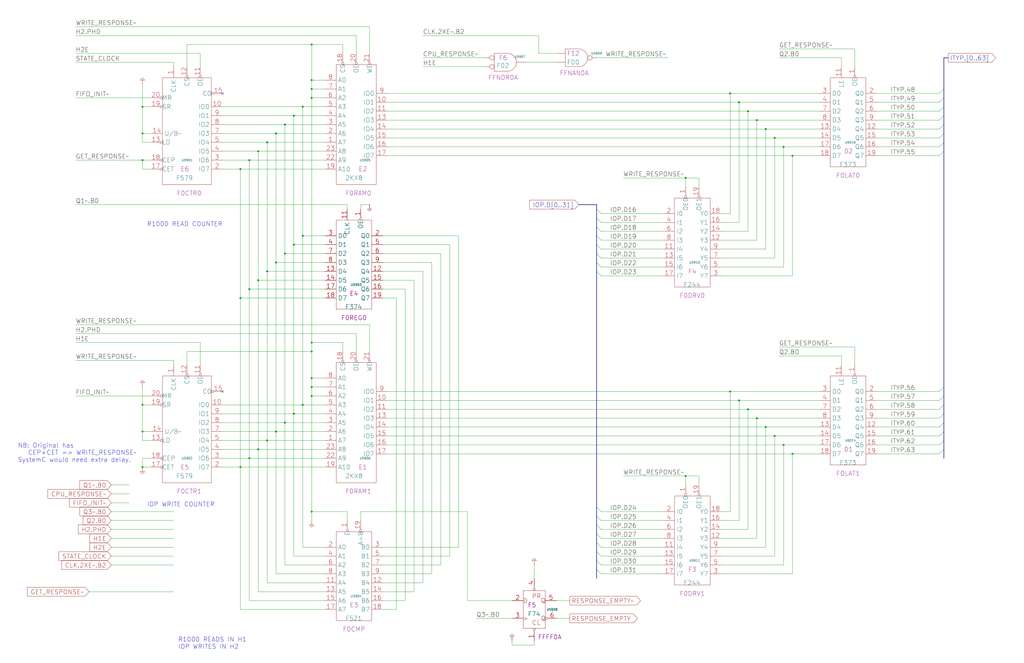
<source format=kicad_sch>
(kicad_sch (version 20230121) (generator eeschema)
  (paper "User" 584.2 378.46)
  (title_block (title "FIFOS\\nRESPONSE FIFO") (date "22-SEP-90") (rev "2.0") (comment 1 "IOC") (comment 2 "232-003061") (comment 3 "S400") (comment 4 "RELEASED"))
  (lib_symbols
    (symbol "r1000:2KX8" (pin_names (offset 1.016))
      (property "Reference" "U" (at 2.54 5.08 0))
      (property "Value" "2KX8" (at -8.89 -5.08 0))
      (property "Location" "___" (at -1.27 0 0))
      (property "Name" "______" (at -1.27 -15.24 0))
      (symbol "2KX8_1_1"
        (rectangle (start -13.97 59.69) (end 8.89 -8.89))
        (circle (center -10.16 60.325) (radius 0.635))
        (circle (center -2.54 60.325) (radius 0.635))
        (circle (center 5.08 60.325) (radius 0.635))
        (pin input line (at -20.32 15.24 0) (length 6.35) (name "A7") (number "1"))
        (pin bidirectional line (at 15.24 38.1 180) (length 6.35) (name "IO1") (number "10"))
        (pin bidirectional line (at 15.24 33.02 180) (length 6.35) (name "IO2") (number "11"))
        (pin bidirectional line (at 15.24 27.94 180) (length 6.35) (name "IO3") (number "13"))
        (pin bidirectional line (at 15.24 22.86 180) (length 6.35) (name "IO4") (number "14"))
        (pin bidirectional line (at 15.24 17.78 180) (length 6.35) (name "IO5") (number "15"))
        (pin bidirectional line (at 15.24 12.7 180) (length 6.35) (name "IO6") (number "16"))
        (pin bidirectional line (at 15.24 7.62 180) (length 6.35) (name "IO7") (number "17"))
        (pin input line (at -10.16 66.04 270) (length 5.08) (name "CS") (number "18"))
        (pin input line (at -20.32 0 0) (length 6.35) (name "A10") (number "19"))
        (pin input line (at -20.32 20.32 0) (length 6.35) (name "A6") (number "2"))
        (pin input line (at -2.54 66.04 270) (length 5.08) (name "OE") (number "20"))
        (pin input line (at 5.08 66.04 270) (length 5.08) (name "WE") (number "21"))
        (pin input line (at -20.32 5.08 0) (length 6.35) (name "A9") (number "22"))
        (pin input line (at -20.32 10.16 0) (length 6.35) (name "A8") (number "23"))
        (pin input line (at -20.32 25.4 0) (length 6.35) (name "A5") (number "3"))
        (pin input line (at -20.32 30.48 0) (length 6.35) (name "A4") (number "4"))
        (pin input line (at -20.32 35.56 0) (length 6.35) (name "A3") (number "5"))
        (pin input line (at -20.32 40.64 0) (length 6.35) (name "A2") (number "6"))
        (pin input line (at -20.32 45.72 0) (length 6.35) (name "A1") (number "7"))
        (pin input line (at -20.32 50.8 0) (length 6.35) (name "A0") (number "8"))
        (pin bidirectional line (at 15.24 43.18 180) (length 6.35) (name "IO0") (number "9"))
      )
    )
    (symbol "r1000:F00" (pin_numbers hide) (pin_names hide)
      (property "Reference" "U" (at 15.24 0 0))
      (property "Value" "F00" (at 1.905 -5.08 0))
      (property "Location" "___" (at 1.905 0 0))
      (property "Name" "______" (at 2.54 -12.7 0))
      (symbol "F00_0_1"
        (polyline (pts (xy -2.54 -7.62) (xy 5.08 -7.62)) (stroke (width 0.1524)))
        (polyline (pts (xy -2.54 2.54) (xy -2.54 -7.62)) (stroke (width 0.1524)))
        (polyline (pts (xy -2.54 2.54) (xy 5.08 2.54)) (stroke (width 0.1524)))
        (arc (start 5.08 -7.62) (mid 10.1282 -2.54) (end 5.08 2.54) (stroke (width 0.1524)))
        (circle (center 11.43 -2.54) (radius 1.27) (stroke (width 0.1524)))
      )
      (symbol "F00_0_2"
        (circle (center -3.81 -5.08) (radius 1.27) (stroke (width 0.1524)))
        (circle (center -3.81 0) (radius 1.27) (stroke (width 0.1524)))
        (arc (start -3.175 -7.62) (mid -2.134 -2.54) (end -3.175 2.54) (stroke (width 0.1524)))
        (polyline (pts (xy -3.175 -7.62) (xy 3.81 -7.62)) (stroke (width 0.1524)))
        (polyline (pts (xy -3.175 2.54) (xy 3.81 2.54)) (stroke (width 0.1524)))
        (arc (start 3.81 -7.62) (mid 7.5855 -5.8306) (end 10.16 -2.54) (stroke (width 0.1524)))
        (arc (start 10.16 -2.54) (mid 7.5827 0.7471) (end 3.81 2.54) (stroke (width 0.1524)))
      )
      (symbol "F00_1_1"
        (pin input line (at -7.62 0 0) (length 5.08) (name "D0") (number "1"))
        (pin input line (at -7.62 -5.08 0) (length 5.08) (name "D1") (number "2"))
        (pin output line (at 15.24 -2.54 180) (length 2.54) (name "Q") (number "3"))
      )
      (symbol "F00_1_2"
        (pin input line (at -7.62 0 0) (length 2.54) (name "D0") (number "1"))
        (pin input line (at -7.62 -5.08 0) (length 2.54) (name "D1") (number "2"))
        (pin output line (at 15.24 -2.54 180) (length 5.08) (name "Q") (number "3"))
      )
    )
    (symbol "r1000:F02" (pin_numbers hide) (pin_names hide)
      (property "Reference" "U" (at 12.16 0.635 0))
      (property "Value" "F02" (at -1.27 -4.445 0))
      (property "Location" "___" (at 2.54 0 0))
      (property "Name" "______" (at 2.54 -12.7 0))
      (symbol "F02_0_1"
        (arc (start -3.81 -7.62) (mid -2.9847 -2.54) (end -3.81 2.54) (stroke (width 0.1524)))
        (polyline (pts (xy -5.08 -5.08) (xy -3.175 -5.08)) (stroke (width 0.1524)))
        (polyline (pts (xy -5.08 0) (xy -3.175 0)) (stroke (width 0.1524)))
        (polyline (pts (xy -3.81 -7.62) (xy 2.54 -7.62)) (stroke (width 0.1524)))
        (polyline (pts (xy -3.81 2.54) (xy 2.54 2.54)) (stroke (width 0.1524)))
        (polyline (pts (xy 13.97 -2.54) (xy 12.7 -2.54)) (stroke (width 0.1524)))
        (arc (start 2.54 -7.62) (mid 6.9515 -5.9823) (end 10.16 -2.54) (stroke (width 0.1524)))
        (arc (start 10.16 -2.54) (mid 6.9478 0.8966) (end 2.54 2.54) (stroke (width 0.1524)))
        (circle (center 11.43 -2.54) (radius 1.27) (stroke (width 0.1524)))
      )
      (symbol "F02_0_2"
        (circle (center -3.81 -5.08) (radius 1.27) (stroke (width 0.1524)))
        (circle (center -3.81 0) (radius 1.27) (stroke (width 0.1524)))
        (polyline (pts (xy -2.54 -7.62) (xy 5.08 -7.62)) (stroke (width 0.1524)))
        (polyline (pts (xy -2.54 2.54) (xy -2.54 -7.62)) (stroke (width 0.1524)))
        (polyline (pts (xy -2.54 2.54) (xy 5.08 2.54)) (stroke (width 0.1524)))
        (polyline (pts (xy 11.43 -2.54) (xy 10.16 -2.54)) (stroke (width 0.1524)))
        (polyline (pts (xy 11.43 -2.54) (xy 12.7 -2.54)) (stroke (width 0.1524)))
        (arc (start 5.08 -7.62) (mid 10.1282 -2.54) (end 5.08 2.54) (stroke (width 0.1524)))
      )
      (symbol "F02_1_1"
        (pin input line (at -7.62 0 0) (length 2.54) (name "D0") (number "1"))
        (pin input line (at -7.62 -5.08 0) (length 2.54) (name "D1") (number "2"))
        (pin output line (at 15.24 -2.54 180) (length 1.27) (name "Q") (number "3"))
      )
      (symbol "F02_1_2"
        (pin input line (at -7.62 0 0) (length 2.54) (name "D0") (number "1"))
        (pin input line (at -7.62 -5.08 0) (length 2.54) (name "D1") (number "2"))
        (pin output line (at 15.24 -2.54 180) (length 2.54) (name "Q") (number "3"))
      )
    )
    (symbol "r1000:F244" (pin_names (offset 1.016))
      (property "Reference" "U" (at 2.54 5.08 0))
      (property "Value" "F244" (at -3.81 -7.62 0))
      (property "Location" "___" (at -1.27 0 0))
      (property "Name" "______" (at 1.27 -15.24 0))
      (symbol "F244_1_1"
        (rectangle (start -8.89 41.91) (end 11.43 -8.89))
        (circle (center -2.54 42.545) (radius 0.635))
        (circle (center 5.08 42.545) (radius 0.635))
        (pin input line (at -2.54 48.26 270) (length 5.08) (name "OE0") (number "1"))
        (pin input line (at -15.24 12.7 0) (length 6.35) (name "I4") (number "11"))
        (pin tri_state line (at 17.78 17.78 180) (length 6.35) (name "Y3") (number "12"))
        (pin input line (at -15.24 7.62 0) (length 6.35) (name "I5") (number "13"))
        (pin tri_state line (at 17.78 22.86 180) (length 6.35) (name "Y2") (number "14"))
        (pin input line (at -15.24 2.54 0) (length 6.35) (name "I6") (number "15"))
        (pin tri_state line (at 17.78 27.94 180) (length 6.35) (name "Y1") (number "16"))
        (pin input line (at -15.24 -2.54 0) (length 6.35) (name "I7") (number "17"))
        (pin tri_state line (at 17.78 33.02 180) (length 6.35) (name "Y0") (number "18"))
        (pin input line (at 5.08 48.26 270) (length 5.08) (name "OE1") (number "19"))
        (pin input line (at -15.24 33.02 0) (length 6.35) (name "I0") (number "2"))
        (pin tri_state line (at 17.78 -2.54 180) (length 6.35) (name "Y7") (number "3"))
        (pin input line (at -15.24 27.94 0) (length 6.35) (name "I1") (number "4"))
        (pin tri_state line (at 17.78 2.54 180) (length 6.35) (name "Y6") (number "5"))
        (pin input line (at -15.24 22.86 0) (length 6.35) (name "I2") (number "6"))
        (pin tri_state line (at 17.78 7.62 180) (length 6.35) (name "Y5") (number "7"))
        (pin input line (at -15.24 17.78 0) (length 6.35) (name "I3") (number "8"))
        (pin tri_state line (at 17.78 12.7 180) (length 6.35) (name "Y4") (number "9"))
      )
    )
    (symbol "r1000:F373" (pin_names (offset 1.016))
      (property "Reference" "U" (at 2.54 5.08 0))
      (property "Value" "F373" (at -3.81 -7.62 0))
      (property "Location" "___" (at -1.27 0 0))
      (property "Name" "______" (at 1.27 -15.24 0))
      (symbol "F373_1_1"
        (rectangle (start -8.89 41.91) (end 11.43 -8.89))
        (circle (center 5.08 42.545) (radius 0.635))
        (pin input line (at 5.08 48.26 270) (length 5.08) (name "OE") (number "1"))
        (pin input line (at -2.54 48.26 270) (length 6.35) (name "LE") (number "11"))
        (pin tri_state line (at 17.78 12.7 180) (length 6.35) (name "Q4") (number "12"))
        (pin input line (at -15.24 12.7 0) (length 6.35) (name "D4") (number "13"))
        (pin input line (at -15.24 7.62 0) (length 6.35) (name "D5") (number "14"))
        (pin tri_state line (at 17.78 7.62 180) (length 6.35) (name "Q5") (number "15"))
        (pin tri_state line (at 17.78 2.54 180) (length 6.35) (name "Q6") (number "16"))
        (pin input line (at -15.24 2.54 0) (length 6.35) (name "D6") (number "17"))
        (pin input line (at -15.24 -2.54 0) (length 6.35) (name "D7") (number "18"))
        (pin tri_state line (at 17.78 -2.54 180) (length 6.35) (name "Q7") (number "19"))
        (pin tri_state line (at 17.78 33.02 180) (length 6.35) (name "Q0") (number "2"))
        (pin input line (at -15.24 33.02 0) (length 6.35) (name "D0") (number "3"))
        (pin input line (at -15.24 27.94 0) (length 6.35) (name "D1") (number "4"))
        (pin tri_state line (at 17.78 27.94 180) (length 6.35) (name "Q1") (number "5"))
        (pin tri_state line (at 17.78 22.86 180) (length 6.35) (name "Q2") (number "6"))
        (pin input line (at -15.24 22.86 0) (length 6.35) (name "D2") (number "7"))
        (pin input line (at -15.24 17.78 0) (length 6.35) (name "D3") (number "8"))
        (pin tri_state line (at 17.78 17.78 180) (length 6.35) (name "Q3") (number "9"))
      )
    )
    (symbol "r1000:F374" (pin_names (offset 1.016))
      (property "Reference" "U" (at 2.54 5.08 0))
      (property "Value" "F374" (at -3.81 -7.62 0))
      (property "Location" "___" (at -1.27 0 0))
      (property "Name" "______" (at 1.27 -15.24 0))
      (symbol "F374_1_1"
        (rectangle (start -8.89 41.91) (end 11.43 -8.89))
        (circle (center 5.08 42.545) (radius 0.635))
        (pin input line (at 5.08 48.26 270) (length 5.08) (name "OE") (number "1"))
        (pin input line (at -2.54 48.26 270) (length 6.35) (name "CLK") (number "11"))
        (pin tri_state line (at 17.78 12.7 180) (length 6.35) (name "Q4") (number "12"))
        (pin input line (at -15.24 12.7 0) (length 6.35) (name "D4") (number "13"))
        (pin input line (at -15.24 7.62 0) (length 6.35) (name "D5") (number "14"))
        (pin tri_state line (at 17.78 7.62 180) (length 6.35) (name "Q5") (number "15"))
        (pin tri_state line (at 17.78 2.54 180) (length 6.35) (name "Q6") (number "16"))
        (pin input line (at -15.24 2.54 0) (length 6.35) (name "D6") (number "17"))
        (pin input line (at -15.24 -2.54 0) (length 6.35) (name "D7") (number "18"))
        (pin tri_state line (at 17.78 -2.54 180) (length 6.35) (name "Q7") (number "19"))
        (pin tri_state line (at 17.78 33.02 180) (length 6.35) (name "Q0") (number "2"))
        (pin input line (at -15.24 33.02 0) (length 6.35) (name "D0") (number "3"))
        (pin input line (at -15.24 27.94 0) (length 6.35) (name "D1") (number "4"))
        (pin tri_state line (at 17.78 27.94 180) (length 6.35) (name "Q1") (number "5"))
        (pin tri_state line (at 17.78 22.86 180) (length 6.35) (name "Q2") (number "6"))
        (pin input line (at -15.24 22.86 0) (length 6.35) (name "D2") (number "7"))
        (pin input line (at -15.24 17.78 0) (length 6.35) (name "D3") (number "8"))
        (pin tri_state line (at 17.78 17.78 180) (length 6.35) (name "Q3") (number "9"))
      )
    )
    (symbol "r1000:F521" (pin_names (offset 1.016))
      (property "Reference" "U" (at 2.54 5.08 0))
      (property "Value" "F521" (at -3.81 -7.62 0))
      (property "Location" "___" (at -1.27 0 0))
      (property "Name" "______" (at 1.27 -15.24 0))
      (symbol "F521_1_1"
        (rectangle (start -8.89 41.91) (end 11.43 -8.89))
        (circle (center -2.54 42.545) (radius 0.635))
        (circle (center 5.08 42.545) (radius 0.635))
        (pin input line (at -2.54 48.26 270) (length 5.08) (name "E") (number "1"))
        (pin input line (at -15.24 12.7 0) (length 6.35) (name "A4") (number "11"))
        (pin input line (at 17.78 12.7 180) (length 6.35) (name "B4") (number "12"))
        (pin input line (at -15.24 7.62 0) (length 6.35) (name "A5") (number "13"))
        (pin input line (at 17.78 7.62 180) (length 6.35) (name "B5") (number "14"))
        (pin input line (at -15.24 2.54 0) (length 6.35) (name "A6") (number "15"))
        (pin input line (at 17.78 2.54 180) (length 6.35) (name "B6") (number "16"))
        (pin input line (at -15.24 -2.54 0) (length 6.35) (name "A7") (number "17"))
        (pin input line (at 17.78 -2.54 180) (length 6.35) (name "B7") (number "18"))
        (pin output line (at 5.08 48.26 270) (length 5.08) (name "A=B") (number "19"))
        (pin input line (at -15.24 33.02 0) (length 6.35) (name "A0") (number "2"))
        (pin input line (at 17.78 33.02 180) (length 6.35) (name "B0") (number "3"))
        (pin input line (at -15.24 27.94 0) (length 6.35) (name "A1") (number "4"))
        (pin input line (at 17.78 27.94 180) (length 6.35) (name "B1") (number "5"))
        (pin input line (at -15.24 22.86 0) (length 6.35) (name "A2") (number "6"))
        (pin input line (at 17.78 22.86 180) (length 6.35) (name "B2") (number "7"))
        (pin input line (at -15.24 17.78 0) (length 6.35) (name "A3") (number "8"))
        (pin input line (at 17.78 17.78 180) (length 6.35) (name "B3") (number "9"))
      )
    )
    (symbol "r1000:F579" (pin_names (offset 1.016))
      (property "Reference" "U" (at 2.54 5.08 0))
      (property "Value" "F579" (at -3.81 -5.08 0))
      (property "Location" "___" (at -1.27 0 0))
      (property "Name" "______" (at 3.81 -15.24 0))
      (symbol "F579_1_1"
        (circle (center -12.065 0) (radius 0.635))
        (circle (center -12.065 5.08) (radius 0.635))
        (circle (center -12.065 15.24) (radius 0.635))
        (circle (center -12.065 35.56) (radius 0.635))
        (circle (center -12.065 40.64) (radius 0.635))
        (rectangle (start -11.43 52.07) (end 16.51 -8.89))
        (circle (center 2.54 52.705) (radius 0.635))
        (circle (center 10.16 52.705) (radius 0.635))
        (circle (center 17.145 43.18) (radius 0.635))
        (pin input line (at -5.08 58.42 270) (length 6.35) (name "CLK") (number "1"))
        (pin bidirectional line (at 22.86 35.56 180) (length 6.35) (name "IO0") (number "10"))
        (pin input line (at 10.16 58.42 270) (length 5.08) (name "OE") (number "11"))
        (pin input line (at 2.54 58.42 270) (length 5.08) (name "CS") (number "12"))
        (pin input line (at -17.78 15.24 0) (length 5.08) (name "LD") (number "13"))
        (pin input line (at -17.78 20.32 0) (length 6.35) (name "U/B~") (number "14"))
        (pin output line (at 22.86 43.18 180) (length 5.08) (name "CO") (number "15"))
        (pin input line (at -17.78 0 0) (length 5.08) (name "CET") (number "17"))
        (pin input line (at -17.78 5.08 0) (length 5.08) (name "CEP") (number "18"))
        (pin input line (at -17.78 35.56 0) (length 5.08) (name "SR") (number "19"))
        (pin bidirectional line (at 22.86 0 180) (length 6.35) (name "IO7") (number "2"))
        (pin input line (at -17.78 40.64 0) (length 5.08) (name "MR") (number "20"))
        (pin bidirectional line (at 22.86 5.08 180) (length 6.35) (name "IO6") (number "3"))
        (pin bidirectional line (at 22.86 10.16 180) (length 6.35) (name "IO5") (number "4"))
        (pin bidirectional line (at 22.86 15.24 180) (length 6.35) (name "IO4") (number "5"))
        (pin bidirectional line (at 22.86 20.32 180) (length 6.35) (name "IO3") (number "7"))
        (pin bidirectional line (at 22.86 25.4 180) (length 6.35) (name "IO2") (number "8"))
        (pin bidirectional line (at 22.86 30.48 180) (length 6.35) (name "IO1") (number "9"))
      )
    )
    (symbol "r1000:F74" (pin_names (offset 1.016) hide)
      (property "Reference" "U" (at 12.7 -2.54 0))
      (property "Value" "F74" (at -1.27 -5.08 0))
      (property "Location" "___" (at -1.27 0 0))
      (property "Name" "______" (at 11.43 -19.685 0))
      (symbol "F74_0_1"
        (rectangle (start -3.81 8.255) (end 8.89 -13.335) (stroke (width 0.1524)))
        (polyline (pts (xy 2.54 -15.24) (xy 2.54 -14.605)) (stroke (width 0.1524)))
        (polyline (pts (xy 2.54 10.16) (xy 2.54 9.525)) (stroke (width 0.1524)))
      )
      (symbol "F74_1_1"
        (circle (center 2.54 -13.97) (radius 0.635))
        (circle (center 2.54 8.89) (radius 0.635))
        (circle (center 9.525 -7.62) (radius 0.635))
        (text ">" (at -2.54 -7.62 0) (effects (font (size 2.54 2.54))))
        (text "C" (at 2.54 -10.16 0) (effects (font (size 2.54 2.54))))
        (text "D" (at -2.54 2.54 0) (effects (font (size 2.54 2.54))))
        (text "L" (at 5.08 -10.16 0) (effects (font (size 2.54 2.54))))
        (text "P" (at 2.54 5.08 0) (effects (font (size 2.54 2.54))))
        (text "Q" (at 7.62 -7.62 0) (effects (font (size 2.54 2.54))))
        (text "Q" (at 7.62 2.54 0) (effects (font (size 2.54 2.54))))
        (text "R" (at 5.08 5.08 0) (effects (font (size 2.54 2.54))))
        (pin input line (at 2.54 -20.32 90) (length 5.08) (name "CL_") (number "1"))
        (pin input line (at -10.16 2.54 0) (length 6.35) (name "D") (number "2"))
        (pin input line (at -10.16 -7.62 0) (length 6.35) (name "CLK") (number "3"))
        (pin input line (at 2.54 15.24 270) (length 5.08) (name "PR_") (number "4"))
        (pin output line (at 15.24 2.54 180) (length 6.35) (name "Q") (number "5"))
        (pin output line (at 15.24 -7.62 180) (length 5.08) (name "Q_") (number "6"))
      )
    )
    (symbol "r1000:PD" (power) (pin_numbers hide) (pin_names hide) (in_bom no)
      (symbol "PD_0_1"
        (polyline (pts (xy 0 -2.54) (xy 1.27 -2.54) (xy 0 -3.81) (xy -1.27 -2.54) (xy 0 -2.54)) (stroke (width 0.1524)))
      )
      (symbol "PD_1_1"
        (pin power_in line (at 0 0 270) (length 2.54) (name "PD") (number "1"))
      )
    )
    (symbol "r1000:PU" (power) (pin_numbers hide) (pin_names hide)
      (symbol "PU_0_1"
        (polyline (pts (xy 0 2.54) (xy -1.27 2.54) (xy 0 3.81) (xy 1.27 2.54) (xy 0 2.54)) (stroke (width 0.1524)))
      )
      (symbol "PU_1_1"
        (pin power_in line (at 0 0 90) (length 2.54) (name "PU") (number "1"))
      )
    )
  )
  (junction (at 162.56 71.12))
  (junction (at 172.72 60.96))
  (junction (at 177.8 25.4))
  (junction (at 147.32 160.02))
  (junction (at 157.48 149.86))
  (junction (at 152.4 154.94))
  (junction (at 81.28 91.44))
  (junction (at 81.28 60.96))
  (junction (at 147.32 256.54))
  (junction (at 162.56 241.3))
  (junction (at 441.96 248.92))
  (junction (at 391.16 101.6))
  (junction (at 431.8 68.58))
  (junction (at 177.8 292.1))
  (junction (at 452.12 259.08))
  (junction (at 157.48 246.38))
  (junction (at 416.56 223.52))
  (junction (at 177.8 195.58))
  (junction (at 416.56 53.34))
  (junction (at 177.8 200.66))
  (junction (at 177.8 215.9))
  (junction (at 167.64 66.04))
  (junction (at 142.24 261.62))
  (junction (at 447.04 83.82))
  (junction (at 177.8 55.88))
  (junction (at 421.64 228.6))
  (junction (at 142.24 165.1))
  (junction (at 426.72 233.68))
  (junction (at 137.16 170.18))
  (junction (at 167.64 236.22))
  (junction (at 447.04 254))
  (junction (at 426.72 63.5))
  (junction (at 172.72 134.62))
  (junction (at 436.88 243.84))
  (junction (at 421.64 58.42))
  (junction (at 142.24 91.44))
  (junction (at 177.8 50.8))
  (junction (at 172.72 231.14))
  (junction (at 81.28 231.14))
  (junction (at 81.28 76.2))
  (junction (at 147.32 86.36))
  (junction (at 167.64 139.7))
  (junction (at 81.28 266.7))
  (junction (at 452.12 88.9))
  (junction (at 436.88 73.66))
  (junction (at 137.16 96.52))
  (junction (at 152.4 251.46))
  (junction (at 177.8 220.98))
  (junction (at 431.8 238.76))
  (junction (at 137.16 266.7))
  (junction (at 177.8 226.06))
  (junction (at 162.56 144.78))
  (junction (at 441.96 78.74))
  (junction (at 81.28 246.38))
  (junction (at 157.48 76.2))
  (junction (at 177.8 45.72))
  (junction (at 391.16 271.78))
  (junction (at 152.4 81.28))
  (no_connect (at 127 53.34))
  (no_connect (at 127 223.52))
  (bus_entry (at 538.48 220.98) (size -2.54 2.54))
  (bus_entry (at 340.36 124.46) (size 2.54 2.54))
  (bus_entry (at 538.48 71.12) (size -2.54 2.54))
  (bus_entry (at 538.48 256.54) (size -2.54 2.54))
  (bus_entry (at 340.36 314.96) (size 2.54 2.54))
  (bus_entry (at 340.36 304.8) (size 2.54 2.54))
  (bus_entry (at 340.36 325.12) (size 2.54 2.54))
  (bus_entry (at 340.36 320.04) (size 2.54 2.54))
  (bus_entry (at 340.36 149.86) (size 2.54 2.54))
  (bus_entry (at 538.48 246.38) (size -2.54 2.54))
  (bus_entry (at 340.36 119.38) (size 2.54 2.54))
  (bus_entry (at 538.48 231.14) (size -2.54 2.54))
  (bus_entry (at 538.48 226.06) (size -2.54 2.54))
  (bus_entry (at 538.48 236.22) (size -2.54 2.54))
  (bus_entry (at 340.36 139.7) (size 2.54 2.54))
  (bus_entry (at 340.36 154.94) (size 2.54 2.54))
  (bus_entry (at 340.36 299.72) (size 2.54 2.54))
  (bus_entry (at 340.36 129.54) (size 2.54 2.54))
  (bus_entry (at 538.48 86.36) (size -2.54 2.54))
  (bus_entry (at 340.36 294.64) (size 2.54 2.54))
  (bus_entry (at 340.36 309.88) (size 2.54 2.54))
  (bus_entry (at 340.36 144.78) (size 2.54 2.54))
  (bus_entry (at 538.48 60.96) (size -2.54 2.54))
  (bus_entry (at 538.48 241.3) (size -2.54 2.54))
  (bus_entry (at 538.48 76.2) (size -2.54 2.54))
  (bus_entry (at 340.36 289.56) (size 2.54 2.54))
  (bus_entry (at 538.48 66.04) (size -2.54 2.54))
  (bus_entry (at 538.48 55.88) (size -2.54 2.54))
  (bus_entry (at 538.48 251.46) (size -2.54 2.54))
  (bus_entry (at 340.36 134.62) (size 2.54 2.54))
  (bus_entry (at 538.48 81.28) (size -2.54 2.54))
  (bus_entry (at 538.48 50.8) (size -2.54 2.54))
  (wire (pts (xy 444.5 203.2) (xy 480.06 203.2)))
  (wire (pts (xy 246.38 327.66) (xy 218.44 327.66)))
  (wire (pts (xy 210.82 200.66) (xy 210.82 185.42)))
  (wire (pts (xy 99.06 38.1) (xy 99.06 35.56)))
  (wire (pts (xy 127 246.38) (xy 157.48 246.38)))
  (wire (pts (xy 500.38 78.74) (xy 535.94 78.74)))
  (wire (pts (xy 226.06 170.18) (xy 226.06 347.98)))
  (wire (pts (xy 500.38 63.5) (xy 535.94 63.5)))
  (wire (pts (xy 142.24 342.9) (xy 142.24 261.62)))
  (wire (pts (xy 444.5 27.94) (xy 487.68 27.94)))
  (wire (pts (xy 266.7 342.9) (xy 292.1 342.9)))
  (bus (pts (xy 340.36 320.04) (xy 340.36 325.12)))
  (bus (pts (xy 538.48 71.12) (xy 538.48 76.2)))
  (wire (pts (xy 81.28 246.38) (xy 81.28 231.14)))
  (wire (pts (xy 416.56 121.92) (xy 416.56 53.34)))
  (bus (pts (xy 340.36 299.72) (xy 340.36 304.8)))
  (wire (pts (xy 220.98 53.34) (xy 416.56 53.34)))
  (wire (pts (xy 500.38 254) (xy 535.94 254)))
  (wire (pts (xy 431.8 137.16) (xy 431.8 68.58)))
  (wire (pts (xy 81.28 81.28) (xy 81.28 76.2)))
  (bus (pts (xy 538.48 256.54) (xy 538.48 261.62)))
  (wire (pts (xy 342.9 127) (xy 378.46 127)))
  (wire (pts (xy 167.64 236.22) (xy 185.42 236.22)))
  (wire (pts (xy 220.98 78.74) (xy 441.96 78.74)))
  (wire (pts (xy 218.44 332.74) (xy 241.3 332.74)))
  (wire (pts (xy 152.4 154.94) (xy 152.4 81.28)))
  (wire (pts (xy 162.56 71.12) (xy 185.42 71.12)))
  (wire (pts (xy 398.78 106.68) (xy 398.78 101.6)))
  (wire (pts (xy 177.8 50.8) (xy 177.8 55.88)))
  (wire (pts (xy 142.24 165.1) (xy 185.42 165.1)))
  (wire (pts (xy 241.3 154.94) (xy 218.44 154.94)))
  (wire (pts (xy 342.9 132.08) (xy 378.46 132.08)))
  (wire (pts (xy 172.72 231.14) (xy 185.42 231.14)))
  (bus (pts (xy 340.36 325.12) (xy 340.36 330.2)))
  (wire (pts (xy 177.8 226.06) (xy 177.8 292.1)))
  (wire (pts (xy 63.5 322.58) (xy 99.06 322.58)))
  (wire (pts (xy 185.42 45.72) (xy 177.8 45.72)))
  (wire (pts (xy 127 91.44) (xy 142.24 91.44)))
  (wire (pts (xy 147.32 160.02) (xy 185.42 160.02)))
  (wire (pts (xy 177.8 292.1) (xy 198.12 292.1)))
  (bus (pts (xy 340.36 116.84) (xy 340.36 119.38)))
  (wire (pts (xy 342.9 137.16) (xy 378.46 137.16)))
  (wire (pts (xy 81.28 60.96) (xy 81.28 48.26)))
  (wire (pts (xy 137.16 170.18) (xy 137.16 96.52)))
  (wire (pts (xy 421.64 228.6) (xy 467.36 228.6)))
  (wire (pts (xy 431.8 238.76) (xy 467.36 238.76)))
  (wire (pts (xy 172.72 134.62) (xy 172.72 231.14)))
  (wire (pts (xy 106.68 200.66) (xy 177.8 200.66)))
  (bus (pts (xy 538.48 55.88) (xy 538.48 60.96)))
  (wire (pts (xy 256.54 317.5) (xy 218.44 317.5)))
  (wire (pts (xy 127 241.3) (xy 162.56 241.3)))
  (wire (pts (xy 342.9 322.58) (xy 378.46 322.58)))
  (wire (pts (xy 147.32 86.36) (xy 185.42 86.36)))
  (wire (pts (xy 231.14 165.1) (xy 218.44 165.1)))
  (wire (pts (xy 162.56 144.78) (xy 162.56 71.12)))
  (wire (pts (xy 177.8 292.1) (xy 177.8 297.18)))
  (wire (pts (xy 43.18 205.74) (xy 99.06 205.74)))
  (wire (pts (xy 195.58 25.4) (xy 177.8 25.4)))
  (wire (pts (xy 152.4 251.46) (xy 185.42 251.46)))
  (wire (pts (xy 251.46 144.78) (xy 218.44 144.78)))
  (wire (pts (xy 441.96 248.92) (xy 467.36 248.92)))
  (wire (pts (xy 220.98 259.08) (xy 452.12 259.08)))
  (wire (pts (xy 86.36 96.52) (xy 81.28 96.52)))
  (wire (pts (xy 342.9 152.4) (xy 378.46 152.4)))
  (wire (pts (xy 480.06 208.28) (xy 480.06 203.2)))
  (bus (pts (xy 538.48 251.46) (xy 538.48 256.54)))
  (wire (pts (xy 177.8 55.88) (xy 177.8 195.58)))
  (wire (pts (xy 142.24 261.62) (xy 142.24 165.1)))
  (wire (pts (xy 185.42 332.74) (xy 152.4 332.74)))
  (wire (pts (xy 142.24 165.1) (xy 142.24 91.44)))
  (wire (pts (xy 220.98 73.66) (xy 436.88 73.66)))
  (wire (pts (xy 43.18 116.84) (xy 198.12 116.84)))
  (wire (pts (xy 436.88 142.24) (xy 436.88 73.66)))
  (wire (pts (xy 162.56 322.58) (xy 162.56 241.3)))
  (wire (pts (xy 500.38 58.42) (xy 535.94 58.42)))
  (wire (pts (xy 127 66.04) (xy 167.64 66.04)))
  (wire (pts (xy 127 236.22) (xy 167.64 236.22)))
  (wire (pts (xy 500.38 259.08) (xy 535.94 259.08)))
  (wire (pts (xy 220.98 238.76) (xy 431.8 238.76)))
  (wire (pts (xy 185.42 322.58) (xy 162.56 322.58)))
  (wire (pts (xy 241.3 332.74) (xy 241.3 154.94)))
  (bus (pts (xy 340.36 139.7) (xy 340.36 144.78)))
  (wire (pts (xy 127 256.54) (xy 147.32 256.54)))
  (wire (pts (xy 162.56 241.3) (xy 185.42 241.3)))
  (bus (pts (xy 538.48 33.02) (xy 541.02 33.02)))
  (wire (pts (xy 185.42 246.38) (xy 157.48 246.38)))
  (wire (pts (xy 81.28 251.46) (xy 81.28 246.38)))
  (wire (pts (xy 162.56 144.78) (xy 185.42 144.78)))
  (wire (pts (xy 157.48 76.2) (xy 185.42 76.2)))
  (wire (pts (xy 500.38 88.9) (xy 535.94 88.9)))
  (wire (pts (xy 147.32 256.54) (xy 147.32 160.02)))
  (wire (pts (xy 411.48 152.4) (xy 447.04 152.4)))
  (wire (pts (xy 411.48 322.58) (xy 447.04 322.58)))
  (wire (pts (xy 86.36 266.7) (xy 81.28 266.7)))
  (wire (pts (xy 81.28 246.38) (xy 86.36 246.38)))
  (wire (pts (xy 167.64 66.04) (xy 185.42 66.04)))
  (wire (pts (xy 271.78 353.06) (xy 292.1 353.06)))
  (wire (pts (xy 177.8 195.58) (xy 195.58 195.58)))
  (wire (pts (xy 261.62 312.42) (xy 261.62 134.62)))
  (wire (pts (xy 444.5 33.02) (xy 480.06 33.02)))
  (wire (pts (xy 317.5 353.06) (xy 325.12 353.06)))
  (wire (pts (xy 261.62 134.62) (xy 218.44 134.62)))
  (wire (pts (xy 157.48 246.38) (xy 157.48 327.66)))
  (wire (pts (xy 480.06 38.1) (xy 480.06 33.02)))
  (wire (pts (xy 43.18 195.58) (xy 114.3 195.58)))
  (wire (pts (xy 220.98 243.84) (xy 436.88 243.84)))
  (wire (pts (xy 436.88 312.42) (xy 436.88 243.84)))
  (wire (pts (xy 198.12 119.38) (xy 198.12 116.84)))
  (wire (pts (xy 411.48 137.16) (xy 431.8 137.16)))
  (wire (pts (xy 137.16 170.18) (xy 137.16 266.7)))
  (wire (pts (xy 43.18 35.56) (xy 99.06 35.56)))
  (bus (pts (xy 538.48 241.3) (xy 538.48 246.38)))
  (bus (pts (xy 538.48 246.38) (xy 538.48 251.46)))
  (wire (pts (xy 416.56 53.34) (xy 467.36 53.34)))
  (wire (pts (xy 210.82 30.48) (xy 210.82 15.24)))
  (wire (pts (xy 421.64 58.42) (xy 467.36 58.42)))
  (wire (pts (xy 205.74 297.18) (xy 205.74 292.1)))
  (wire (pts (xy 142.24 261.62) (xy 185.42 261.62)))
  (wire (pts (xy 236.22 337.82) (xy 218.44 337.82)))
  (wire (pts (xy 205.74 116.84) (xy 205.74 119.38)))
  (wire (pts (xy 167.64 139.7) (xy 167.64 66.04)))
  (wire (pts (xy 342.9 297.18) (xy 378.46 297.18)))
  (wire (pts (xy 411.48 132.08) (xy 426.72 132.08)))
  (wire (pts (xy 266.7 292.1) (xy 266.7 342.9)))
  (wire (pts (xy 152.4 81.28) (xy 185.42 81.28)))
  (wire (pts (xy 500.38 238.76) (xy 535.94 238.76)))
  (wire (pts (xy 177.8 195.58) (xy 177.8 200.66)))
  (wire (pts (xy 304.8 322.58) (xy 304.8 330.2)))
  (wire (pts (xy 220.98 233.68) (xy 426.72 233.68)))
  (bus (pts (xy 340.36 294.64) (xy 340.36 299.72)))
  (wire (pts (xy 411.48 142.24) (xy 436.88 142.24)))
  (bus (pts (xy 538.48 76.2) (xy 538.48 81.28)))
  (wire (pts (xy 391.16 101.6) (xy 398.78 101.6)))
  (wire (pts (xy 452.12 88.9) (xy 467.36 88.9)))
  (wire (pts (xy 86.36 251.46) (xy 81.28 251.46)))
  (wire (pts (xy 152.4 154.94) (xy 185.42 154.94)))
  (wire (pts (xy 231.14 342.9) (xy 231.14 165.1)))
  (wire (pts (xy 127 76.2) (xy 157.48 76.2)))
  (wire (pts (xy 411.48 121.92) (xy 416.56 121.92)))
  (wire (pts (xy 317.5 342.9) (xy 325.12 342.9)))
  (bus (pts (xy 538.48 81.28) (xy 538.48 86.36)))
  (wire (pts (xy 198.12 297.18) (xy 198.12 292.1)))
  (wire (pts (xy 127 266.7) (xy 137.16 266.7)))
  (wire (pts (xy 241.3 33.02) (xy 276.86 33.02)))
  (bus (pts (xy 340.36 149.86) (xy 340.36 154.94)))
  (wire (pts (xy 304.8 365.76) (xy 304.8 368.3)))
  (bus (pts (xy 340.36 304.8) (xy 340.36 309.88)))
  (wire (pts (xy 167.64 236.22) (xy 167.64 139.7)))
  (wire (pts (xy 220.98 88.9) (xy 452.12 88.9)))
  (wire (pts (xy 157.48 149.86) (xy 157.48 246.38)))
  (wire (pts (xy 452.12 259.08) (xy 467.36 259.08)))
  (wire (pts (xy 292.1 368.3) (xy 292.1 365.76)))
  (wire (pts (xy 411.48 317.5) (xy 441.96 317.5)))
  (wire (pts (xy 177.8 220.98) (xy 185.42 220.98)))
  (wire (pts (xy 487.68 208.28) (xy 487.68 198.12)))
  (wire (pts (xy 441.96 147.32) (xy 441.96 78.74)))
  (wire (pts (xy 177.8 226.06) (xy 185.42 226.06)))
  (wire (pts (xy 81.28 91.44) (xy 86.36 91.44)))
  (wire (pts (xy 220.98 248.92) (xy 441.96 248.92)))
  (wire (pts (xy 355.6 271.78) (xy 391.16 271.78)))
  (wire (pts (xy 127 231.14) (xy 172.72 231.14)))
  (wire (pts (xy 177.8 55.88) (xy 185.42 55.88)))
  (wire (pts (xy 63.5 281.94) (xy 73.66 281.94)))
  (wire (pts (xy 218.44 149.86) (xy 246.38 149.86)))
  (wire (pts (xy 421.64 127) (xy 421.64 58.42)))
  (wire (pts (xy 421.64 297.18) (xy 421.64 228.6)))
  (wire (pts (xy 106.68 208.28) (xy 106.68 200.66)))
  (wire (pts (xy 342.9 121.92) (xy 378.46 121.92)))
  (wire (pts (xy 63.5 302.26) (xy 99.06 302.26)))
  (wire (pts (xy 342.9 147.32) (xy 378.46 147.32)))
  (wire (pts (xy 447.04 254) (xy 467.36 254)))
  (wire (pts (xy 220.98 83.82) (xy 447.04 83.82)))
  (wire (pts (xy 342.9 307.34) (xy 378.46 307.34)))
  (wire (pts (xy 177.8 215.9) (xy 185.42 215.9)))
  (bus (pts (xy 538.48 86.36) (xy 538.48 220.98)))
  (wire (pts (xy 81.28 96.52) (xy 81.28 91.44)))
  (wire (pts (xy 127 60.96) (xy 172.72 60.96)))
  (wire (pts (xy 63.5 297.18) (xy 99.06 297.18)))
  (wire (pts (xy 177.8 215.9) (xy 177.8 220.98)))
  (bus (pts (xy 340.36 314.96) (xy 340.36 320.04)))
  (bus (pts (xy 538.48 33.02) (xy 538.48 50.8)))
  (wire (pts (xy 307.34 20.32) (xy 241.3 20.32)))
  (wire (pts (xy 127 96.52) (xy 137.16 96.52)))
  (wire (pts (xy 411.48 297.18) (xy 421.64 297.18)))
  (wire (pts (xy 81.28 266.7) (xy 81.28 261.62)))
  (wire (pts (xy 447.04 152.4) (xy 447.04 83.82)))
  (wire (pts (xy 185.42 317.5) (xy 167.64 317.5)))
  (wire (pts (xy 205.74 292.1) (xy 266.7 292.1)))
  (wire (pts (xy 411.48 307.34) (xy 431.8 307.34)))
  (wire (pts (xy 152.4 332.74) (xy 152.4 251.46)))
  (bus (pts (xy 538.48 66.04) (xy 538.48 71.12)))
  (wire (pts (xy 203.2 20.32) (xy 43.18 20.32)))
  (wire (pts (xy 106.68 38.1) (xy 106.68 25.4)))
  (wire (pts (xy 152.4 251.46) (xy 152.4 154.94)))
  (wire (pts (xy 226.06 347.98) (xy 218.44 347.98)))
  (wire (pts (xy 172.72 231.14) (xy 172.72 312.42)))
  (wire (pts (xy 500.38 68.58) (xy 535.94 68.58)))
  (bus (pts (xy 538.48 60.96) (xy 538.48 66.04)))
  (wire (pts (xy 114.3 38.1) (xy 114.3 30.48)))
  (wire (pts (xy 236.22 160.02) (xy 236.22 337.82)))
  (wire (pts (xy 218.44 322.58) (xy 251.46 322.58)))
  (wire (pts (xy 441.96 78.74) (xy 467.36 78.74)))
  (wire (pts (xy 304.8 368.3) (xy 292.1 368.3)))
  (wire (pts (xy 137.16 96.52) (xy 185.42 96.52)))
  (wire (pts (xy 307.34 20.32) (xy 307.34 30.48)))
  (wire (pts (xy 147.32 160.02) (xy 147.32 86.36)))
  (wire (pts (xy 218.44 342.9) (xy 231.14 342.9)))
  (wire (pts (xy 157.48 76.2) (xy 157.48 149.86)))
  (wire (pts (xy 342.9 312.42) (xy 378.46 312.42)))
  (wire (pts (xy 177.8 25.4) (xy 177.8 45.72)))
  (wire (pts (xy 431.8 68.58) (xy 467.36 68.58)))
  (wire (pts (xy 210.82 15.24) (xy 43.18 15.24)))
  (wire (pts (xy 147.32 337.82) (xy 147.32 256.54)))
  (wire (pts (xy 81.28 76.2) (xy 86.36 76.2)))
  (wire (pts (xy 342.9 327.66) (xy 378.46 327.66)))
  (wire (pts (xy 246.38 149.86) (xy 246.38 327.66)))
  (wire (pts (xy 185.42 337.82) (xy 147.32 337.82)))
  (wire (pts (xy 172.72 60.96) (xy 172.72 134.62)))
  (wire (pts (xy 185.42 312.42) (xy 172.72 312.42)))
  (wire (pts (xy 500.38 243.84) (xy 535.94 243.84)))
  (wire (pts (xy 185.42 342.9) (xy 142.24 342.9)))
  (wire (pts (xy 391.16 101.6) (xy 391.16 106.68)))
  (wire (pts (xy 81.28 76.2) (xy 81.28 60.96)))
  (wire (pts (xy 43.18 226.06) (xy 86.36 226.06)))
  (wire (pts (xy 220.98 68.58) (xy 431.8 68.58)))
  (wire (pts (xy 127 86.36) (xy 147.32 86.36)))
  (wire (pts (xy 299.72 35.56) (xy 317.5 35.56)))
  (wire (pts (xy 220.98 223.52) (xy 416.56 223.52)))
  (wire (pts (xy 86.36 81.28) (xy 81.28 81.28)))
  (wire (pts (xy 251.46 322.58) (xy 251.46 144.78)))
  (wire (pts (xy 50.8 337.82) (xy 99.06 337.82)))
  (wire (pts (xy 500.38 73.66) (xy 535.94 73.66)))
  (wire (pts (xy 411.48 292.1) (xy 416.56 292.1)))
  (bus (pts (xy 340.36 154.94) (xy 340.36 289.56)))
  (bus (pts (xy 330.2 116.84) (xy 340.36 116.84)))
  (wire (pts (xy 114.3 30.48) (xy 43.18 30.48)))
  (wire (pts (xy 63.5 276.86) (xy 73.66 276.86)))
  (wire (pts (xy 162.56 241.3) (xy 162.56 144.78)))
  (wire (pts (xy 220.98 58.42) (xy 421.64 58.42)))
  (wire (pts (xy 441.96 317.5) (xy 441.96 248.92)))
  (wire (pts (xy 444.5 198.12) (xy 487.68 198.12)))
  (wire (pts (xy 220.98 63.5) (xy 426.72 63.5)))
  (wire (pts (xy 177.8 200.66) (xy 177.8 215.9)))
  (wire (pts (xy 106.68 25.4) (xy 177.8 25.4)))
  (wire (pts (xy 185.42 327.66) (xy 157.48 327.66)))
  (wire (pts (xy 172.72 60.96) (xy 185.42 60.96)))
  (wire (pts (xy 500.38 228.6) (xy 535.94 228.6)))
  (wire (pts (xy 426.72 132.08) (xy 426.72 63.5)))
  (wire (pts (xy 63.5 317.5) (xy 99.06 317.5)))
  (wire (pts (xy 210.82 116.84) (xy 205.74 116.84)))
  (wire (pts (xy 317.5 30.48) (xy 307.34 30.48)))
  (wire (pts (xy 411.48 127) (xy 421.64 127)))
  (wire (pts (xy 411.48 302.26) (xy 426.72 302.26)))
  (wire (pts (xy 195.58 30.48) (xy 195.58 25.4)))
  (wire (pts (xy 218.44 139.7) (xy 256.54 139.7)))
  (bus (pts (xy 340.36 309.88) (xy 340.36 314.96)))
  (wire (pts (xy 218.44 312.42) (xy 261.62 312.42)))
  (wire (pts (xy 342.9 157.48) (xy 378.46 157.48)))
  (wire (pts (xy 63.5 292.1) (xy 99.06 292.1)))
  (wire (pts (xy 63.5 312.42) (xy 99.06 312.42)))
  (wire (pts (xy 185.42 149.86) (xy 157.48 149.86)))
  (wire (pts (xy 342.9 142.24) (xy 378.46 142.24)))
  (wire (pts (xy 342.9 292.1) (xy 378.46 292.1)))
  (wire (pts (xy 137.16 266.7) (xy 137.16 347.98)))
  (wire (pts (xy 43.18 185.42) (xy 210.82 185.42)))
  (bus (pts (xy 340.36 129.54) (xy 340.36 134.62)))
  (wire (pts (xy 167.64 139.7) (xy 185.42 139.7)))
  (wire (pts (xy 452.12 327.66) (xy 452.12 259.08)))
  (wire (pts (xy 172.72 134.62) (xy 185.42 134.62)))
  (wire (pts (xy 177.8 45.72) (xy 177.8 50.8)))
  (bus (pts (xy 340.36 144.78) (xy 340.36 149.86)))
  (wire (pts (xy 500.38 233.68) (xy 535.94 233.68)))
  (wire (pts (xy 81.28 261.62) (xy 86.36 261.62)))
  (bus (pts (xy 538.48 50.8) (xy 538.48 55.88)))
  (wire (pts (xy 447.04 322.58) (xy 447.04 254)))
  (bus (pts (xy 340.36 289.56) (xy 340.36 294.64)))
  (wire (pts (xy 436.88 73.66) (xy 467.36 73.66)))
  (wire (pts (xy 147.32 256.54) (xy 185.42 256.54)))
  (wire (pts (xy 416.56 223.52) (xy 467.36 223.52)))
  (wire (pts (xy 426.72 233.68) (xy 467.36 233.68)))
  (wire (pts (xy 391.16 271.78) (xy 391.16 276.86)))
  (wire (pts (xy 500.38 83.82) (xy 535.94 83.82)))
  (bus (pts (xy 340.36 119.38) (xy 340.36 124.46)))
  (wire (pts (xy 411.48 147.32) (xy 441.96 147.32)))
  (wire (pts (xy 340.36 33.02) (xy 381 33.02)))
  (bus (pts (xy 340.36 134.62) (xy 340.36 139.7)))
  (wire (pts (xy 99.06 208.28) (xy 99.06 205.74)))
  (wire (pts (xy 142.24 91.44) (xy 185.42 91.44)))
  (wire (pts (xy 391.16 271.78) (xy 398.78 271.78)))
  (bus (pts (xy 538.48 220.98) (xy 538.48 226.06)))
  (wire (pts (xy 43.18 190.5) (xy 203.2 190.5)))
  (wire (pts (xy 127 251.46) (xy 152.4 251.46)))
  (wire (pts (xy 81.28 60.96) (xy 86.36 60.96)))
  (wire (pts (xy 355.6 101.6) (xy 391.16 101.6)))
  (bus (pts (xy 340.36 124.46) (xy 340.36 129.54)))
  (wire (pts (xy 426.72 302.26) (xy 426.72 233.68)))
  (wire (pts (xy 431.8 307.34) (xy 431.8 238.76)))
  (wire (pts (xy 416.56 223.52) (xy 416.56 292.1)))
  (wire (pts (xy 500.38 223.52) (xy 535.94 223.52)))
  (wire (pts (xy 203.2 30.48) (xy 203.2 20.32)))
  (wire (pts (xy 127 81.28) (xy 152.4 81.28)))
  (wire (pts (xy 411.48 157.48) (xy 452.12 157.48)))
  (bus (pts (xy 538.48 236.22) (xy 538.48 241.3)))
  (wire (pts (xy 167.64 317.5) (xy 167.64 236.22)))
  (wire (pts (xy 127 71.12) (xy 162.56 71.12)))
  (wire (pts (xy 447.04 83.82) (xy 467.36 83.82)))
  (wire (pts (xy 342.9 302.26) (xy 378.46 302.26)))
  (wire (pts (xy 137.16 266.7) (xy 185.42 266.7)))
  (wire (pts (xy 114.3 208.28) (xy 114.3 195.58)))
  (bus (pts (xy 538.48 231.14) (xy 538.48 236.22)))
  (wire (pts (xy 342.9 317.5) (xy 378.46 317.5)))
  (wire (pts (xy 127 261.62) (xy 142.24 261.62)))
  (wire (pts (xy 185.42 347.98) (xy 137.16 347.98)))
  (wire (pts (xy 195.58 200.66) (xy 195.58 195.58)))
  (wire (pts (xy 43.18 91.44) (xy 81.28 91.44)))
  (wire (pts (xy 137.16 170.18) (xy 185.42 170.18)))
  (wire (pts (xy 220.98 254) (xy 447.04 254)))
  (wire (pts (xy 177.8 220.98) (xy 177.8 226.06)))
  (wire (pts (xy 218.44 160.02) (xy 236.22 160.02)))
  (wire (pts (xy 452.12 157.48) (xy 452.12 88.9)))
  (wire (pts (xy 426.72 63.5) (xy 467.36 63.5)))
  (wire (pts (xy 241.3 38.1) (xy 276.86 38.1)))
  (wire (pts (xy 436.88 243.84) (xy 467.36 243.84)))
  (bus (pts (xy 538.48 226.06) (xy 538.48 231.14)))
  (wire (pts (xy 220.98 228.6) (xy 421.64 228.6)))
  (wire (pts (xy 177.8 50.8) (xy 185.42 50.8)))
  (wire (pts (xy 487.68 38.1) (xy 487.68 27.94)))
  (wire (pts (xy 203.2 200.66) (xy 203.2 190.5)))
  (wire (pts (xy 81.28 231.14) (xy 86.36 231.14)))
  (wire (pts (xy 81.28 231.14) (xy 81.28 220.98)))
  (wire (pts (xy 411.48 312.42) (xy 436.88 312.42)))
  (wire (pts (xy 500.38 53.34) (xy 535.94 53.34)))
  (wire (pts (xy 398.78 276.86) (xy 398.78 271.78)))
  (wire (pts (xy 43.18 55.88) (xy 86.36 55.88)))
  (wire (pts (xy 218.44 170.18) (xy 226.06 170.18)))
  (wire (pts (xy 256.54 139.7) (xy 256.54 317.5)))
  (wire (pts (xy 500.38 248.92) (xy 535.94 248.92)))
  (wire (pts (xy 63.5 307.34) (xy 99.06 307.34)))
  (wire (pts (xy 63.5 287.02) (xy 73.66 287.02)))
  (wire (pts (xy 411.48 327.66) (xy 452.12 327.66)))
  (text "IOP WRITE COUNTER\n" (at 83.82 289.56 0) (effects (font (size 2.54 2.54)) (justify left bottom)))
  (text "R1000 READ COUNTER" (at 83.82 129.54 0) (effects (font (size 2.54 2.54)) (justify left bottom)))
  (text "NB: Original has\n   CEP+CET => WRITE_RESPONSE~\nSystemC would need extra delay." (at 10.16 264.16 0) (effects (font (size 2.54 2.54)) (justify left bottom)))
  (text "R1000 READS IN H1\nIOP WRITES IN H2\n" (at 101.6 370.84 0) (effects (font (size 2.54 2.54)) (justify left bottom)))
  (label "ITYP.50" (at 508 63.5 0) (effects (font (size 2.54 2.54))))
  (label "ITYP.57" (at 508 228.6 0) (effects (font (size 2.54 2.54))))
  (label "Q2.B0" (at 444.5 33.02 0) (effects (font (size 2.54 2.54))))
  (label "ITYP.55" (at 508 88.9 0) (effects (font (size 2.54 2.54))))
  (label "ITYP.60" (at 508 243.84 0) (effects (font (size 2.54 2.54))))
  (label "FIFO_INIT~" (at 43.18 55.88 0) (effects (font (size 2.54 2.54))))
  (label "IOP.D27" (at 347.98 307.34 0) (effects (font (size 2.54 2.54))))
  (label "ITYP.51" (at 508 68.58 0) (effects (font (size 2.54 2.54))))
  (label "IOP.D23" (at 347.98 157.48 0) (effects (font (size 2.54 2.54))))
  (label "WRITE_RESPONSE~" (at 355.6 101.6 0) (effects (font (size 2.54 2.54))))
  (label "IOP.D26" (at 347.98 302.26 0) (effects (font (size 2.54 2.54))))
  (label "CPU_RESPONSE~" (at 241.3 33.02 0) (effects (font (size 2.54 2.54))))
  (label "H1E" (at 43.18 195.58 0) (effects (font (size 2.54 2.54))))
  (label "ITYP.61" (at 508 248.92 0) (effects (font (size 2.54 2.54))))
  (label "WRITE_RESPONSE~" (at 355.6 271.78 0) (effects (font (size 2.54 2.54))))
  (label "GET_RESPONSE~" (at 444.5 198.12 0) (effects (font (size 2.54 2.54))))
  (label "ITYP.52" (at 508 73.66 0) (effects (font (size 2.54 2.54))))
  (label "IOP.D29" (at 347.98 317.5 0) (effects (font (size 2.54 2.54))))
  (label "ITYP.62" (at 508 254 0) (effects (font (size 2.54 2.54))))
  (label "H1E" (at 241.3 38.1 0) (effects (font (size 2.54 2.54))))
  (label "H2.PHD" (at 43.18 190.5 0) (effects (font (size 2.54 2.54))))
  (label "IOP.D22" (at 347.98 152.4 0) (effects (font (size 2.54 2.54))))
  (label "Q2.B0" (at 444.5 203.2 0) (effects (font (size 2.54 2.54))))
  (label "ITYP.58" (at 508 233.68 0) (effects (font (size 2.54 2.54))))
  (label "IOP.D31" (at 347.98 327.66 0) (effects (font (size 2.54 2.54))))
  (label "ITYP.54" (at 508 83.82 0) (effects (font (size 2.54 2.54))))
  (label "WRITE_RESPONSE~" (at 43.18 185.42 0) (effects (font (size 2.54 2.54))))
  (label "ITYP.53" (at 508 78.74 0) (effects (font (size 2.54 2.54))))
  (label "ITYP.63" (at 508 259.08 0) (effects (font (size 2.54 2.54))))
  (label "H2E" (at 43.18 30.48 0) (effects (font (size 2.54 2.54))))
  (label "IOP.D24" (at 347.98 292.1 0) (effects (font (size 2.54 2.54))))
  (label "FIFO_INIT~" (at 43.18 226.06 0) (effects (font (size 2.54 2.54))))
  (label "IOP.D20" (at 347.98 142.24 0) (effects (font (size 2.54 2.54))))
  (label "WRITE_RESPONSE~" (at 43.18 15.24 0) (effects (font (size 2.54 2.54))))
  (label "CLK.2XE~.B2" (at 241.3 20.32 0) (effects (font (size 2.54 2.54))))
  (label "STATE_CLOCK" (at 43.18 35.56 0) (effects (font (size 2.54 2.54))))
  (label "GET_RESPONSE~" (at 43.18 91.44 0) (effects (font (size 2.54 2.54))))
  (label "IOP.D18" (at 347.98 132.08 0) (effects (font (size 2.54 2.54))))
  (label "IOP.D30" (at 347.98 322.58 0) (effects (font (size 2.54 2.54))))
  (label "IOP.D25" (at 347.98 297.18 0) (effects (font (size 2.54 2.54))))
  (label "ITYP.48" (at 508 53.34 0) (effects (font (size 2.54 2.54))))
  (label "IOP.D21" (at 347.98 147.32 0) (effects (font (size 2.54 2.54))))
  (label "H2.PHD" (at 43.18 20.32 0) (effects (font (size 2.54 2.54))))
  (label "IOP.D16" (at 347.98 121.92 0) (effects (font (size 2.54 2.54))))
  (label "IOP.D19" (at 347.98 137.16 0) (effects (font (size 2.54 2.54))))
  (label "ITYP.49" (at 508 58.42 0) (effects (font (size 2.54 2.54))))
  (label "WRITE_RESPONSE~" (at 43.18 205.74 0) (effects (font (size 2.54 2.54))))
  (label "GET_RESPONSE~" (at 444.5 27.94 0) (effects (font (size 2.54 2.54))))
  (label "ITYP.56" (at 508 223.52 0) (effects (font (size 2.54 2.54))))
  (label "IOP.D17" (at 347.98 127 0) (effects (font (size 2.54 2.54))))
  (label "Q1~.B0" (at 43.18 116.84 0) (effects (font (size 2.54 2.54))))
  (label "WRITE_RESPONSE~" (at 345.44 33.02 0) (effects (font (size 2.54 2.54))))
  (label "ITYP.59" (at 508 238.76 0) (effects (font (size 2.54 2.54))))
  (label "IOP.D28" (at 347.98 312.42 0) (effects (font (size 2.54 2.54))))
  (label "Q3~.B0" (at 271.78 353.06 0) (effects (font (size 2.54 2.54))))
  (global_label "GET_RESPONSE~" (shape input) (at 50.8 337.82 180) (effects (font (size 2.54 2.54))) (property "Intersheetrefs" "${INTERSHEET_REFS}" (at 15.615 337.6613 0) (effects (font (size 1.905 1.905)) (justify right))))
  (global_label "Q2.B0" (shape input) (at 63.5 297.18 180) (effects (font (size 2.54 2.54))) (property "Intersheetrefs" "${INTERSHEET_REFS}" (at 47.4254 297.0213 0) (effects (font (size 1.905 1.905)) (justify right))))
  (global_label "H1E" (shape input) (at 63.5 307.34 180) (effects (font (size 2.54 2.54))) (property "Intersheetrefs" "${INTERSHEET_REFS}" (at 51.2959 307.1813 0) (effects (font (size 1.905 1.905)) (justify right))))
  (global_label "FIFO_INIT~" (shape input) (at 63.5 287.02 180) (effects (font (size 2.54 2.54))) (property "Intersheetrefs" "${INTERSHEET_REFS}" (at 39.3035 286.8613 0) (effects (font (size 1.905 1.905)) (justify right))))
  (global_label "H2.PHD" (shape input) (at 63.5 302.26 180) (effects (font (size 2.54 2.54))) (property "Intersheetrefs" "${INTERSHEET_REFS}" (at 44.6435 302.1013 0) (effects (font (size 1.905 1.905)) (justify right))))
  (global_label "Q3~.B0" (shape input) (at 63.5 292.1 180) (effects (font (size 2.54 2.54))) (property "Intersheetrefs" "${INTERSHEET_REFS}" (at 45.2301 291.9413 0) (effects (font (size 1.905 1.905)) (justify right))))
  (global_label "RESPONSE_EMPTY~" (shape output) (at 325.12 342.9 0) (effects (font (size 2.54 2.54))) (property "Intersheetrefs" "${INTERSHEET_REFS}" (at 365.385 342.7413 0) (effects (font (size 1.905 1.905)) (justify left))))
  (global_label "CLK.2XE~.B2" (shape input) (at 63.5 322.58 180) (effects (font (size 2.54 2.54))) (property "Intersheetrefs" "${INTERSHEET_REFS}" (at 35.2092 322.4213 0) (effects (font (size 1.905 1.905)) (justify right))))
  (global_label "STATE_CLOCK" (shape input) (at 63.5 317.5 180) (effects (font (size 2.54 2.54))) (property "Intersheetrefs" "${INTERSHEET_REFS}" (at 33.6369 317.3413 0) (effects (font (size 1.905 1.905)) (justify right))))
  (global_label "ITYP.[0..63]" (shape output) (at 541.02 33.02 0) (effects (font (size 2.54 2.54))) (property "Intersheetrefs" "${INTERSHEET_REFS}" (at 568.8373 33.02 0) (effects (font (size 1.905 1.905)) (justify left))))
  (global_label "H2E" (shape input) (at 63.5 312.42 180) (effects (font (size 2.54 2.54))) (property "Intersheetrefs" "${INTERSHEET_REFS}" (at 51.2959 312.2613 0) (effects (font (size 1.905 1.905)) (justify right))))
  (global_label "RESPONSE_EMPTY" (shape output) (at 325.12 353.06 0) (effects (font (size 2.54 2.54))) (property "Intersheetrefs" "${INTERSHEET_REFS}" (at 363.5708 352.9013 0) (effects (font (size 1.905 1.905)) (justify left))))
  (global_label "IOP.D[0..31]" (shape input) (at 330.2 116.84 180) (effects (font (size 2.54 2.54))) (property "Intersheetrefs" "${INTERSHEET_REFS}" (at 301.294 116.84 0) (effects (font (size 1.905 1.905)) (justify right))))
  (global_label "Q1~.B0" (shape input) (at 63.5 276.86 180) (effects (font (size 2.54 2.54))) (property "Intersheetrefs" "${INTERSHEET_REFS}" (at 45.2301 276.7013 0) (effects (font (size 1.905 1.905)) (justify right))))
  (global_label "CPU_RESPONSE~" (shape input) (at 63.5 281.94 180) (effects (font (size 2.54 2.54))) (property "Intersheetrefs" "${INTERSHEET_REFS}" (at 26.9663 281.7813 0) (effects (font (size 1.905 1.905)) (justify right))))
  (symbol (lib_id "r1000:2KX8") (at 205.74 96.52 0) (unit 1)
    (property "Reference" "U5905" (at 208.28 91.44 0))
    (property "Value" "2KX8" (at 196.85 101.6 0) (effects (font (size 2.54 2.54)) (justify left)))
    (property "Location" "E2" (at 204.47 96.52 0) (effects (font (size 2.54 2.54)) (justify left)))
    (property "Name" "F0RAM0" (at 204.47 111.76 0) (effects (font (size 2.54 2.54)) (justify bottom)))
  )
  (symbol (lib_id "r1000:2KX8") (at 205.74 266.7 0) (unit 1)
    (property "Reference" "U5906" (at 208.28 261.62 0))
    (property "Value" "2KX8" (at 196.85 271.78 0) (effects (font (size 2.54 2.54)) (justify left)))
    (property "Location" "E1" (at 204.47 266.7 0) (effects (font (size 2.54 2.54)) (justify left)))
    (property "Name" "F0RAM1" (at 204.47 281.94 0) (effects (font (size 2.54 2.54)) (justify bottom)))
  )
  (symbol (lib_id "r1000:PD") (at 210.82 116.84 0) (unit 1) (in_bom no)
    (property "Reference" "#PWR0157" (effects hide))
    (property "Value" "PD" (effects hide))
  )
  (symbol (lib_id "r1000:F579") (at 104.14 96.52 0) (unit 1)
    (property "Reference" "U5901" (at 106.68 91.44 0))
    (property "Value" "F579" (at 100.33 101.6 0) (effects (font (size 2.54 2.54)) (justify left)))
    (property "Location" "E6" (at 102.87 96.52 0) (effects (font (size 2.54 2.54)) (justify left)))
    (property "Name" "F0CTR0" (at 107.95 111.76 0) (effects (font (size 2.54 2.54)) (justify bottom)))
  )
  (symbol (lib_id "r1000:PU") (at 292.1 365.76 0) (unit 1)
    (property "Reference" "#PWR05904" (effects hide))
    (property "Value" "PU" (effects hide))
  )
  (symbol (lib_id "r1000:F244") (at 393.7 325.12 0) (unit 1)
    (property "Reference" "U5911" (at 396.24 320.04 0))
    (property "Value" "F244" (at 389.89 332.74 0) (effects (font (size 2.54 2.54)) (justify left)))
    (property "Location" "F3" (at 392.43 325.12 0) (effects (font (size 2.54 2.54)) (justify left)))
    (property "Name" "F0DRV1" (at 394.97 340.36 0) (effects (font (size 2.54 2.54)) (justify bottom)))
  )
  (symbol (lib_id "r1000:F374") (at 200.66 167.64 0) (unit 1)
    (property "Reference" "U5903" (at 203.2 162.56 0))
    (property "Value" "F374" (at 196.85 175.26 0) (effects (font (size 2.54 2.54)) (justify left)))
    (property "Location" "E4" (at 199.39 167.64 0) (effects (font (size 2.54 2.54)) (justify left)))
    (property "Name" "F0REG0" (at 201.93 182.88 0) (effects (font (size 2.54 2.54)) (justify bottom)))
  )
  (symbol (lib_id "r1000:PU") (at 304.8 322.58 0) (unit 1)
    (property "Reference" "#PWR05905" (effects hide))
    (property "Value" "PU" (effects hide))
  )
  (symbol (lib_id "r1000:F373") (at 482.6 86.36 0) (unit 1)
    (property "Reference" "U6016" (at 485.14 81.28 0))
    (property "Value" "F373" (at 478.79 93.98 0) (effects (font (size 2.54 2.54)) (justify left)))
    (property "Location" "D2" (at 481.33 86.36 0) (effects (font (size 2.54 2.54)) (justify left)))
    (property "Name" "FOLAT0" (at 483.87 101.6 0) (effects (font (size 2.54 2.54)) (justify bottom)))
  )
  (symbol (lib_id "r1000:F579") (at 104.14 266.7 0) (unit 1)
    (property "Reference" "U5902" (at 106.68 261.62 0))
    (property "Value" "F579" (at 100.33 271.78 0) (effects (font (size 2.54 2.54)) (justify left)))
    (property "Location" "E5" (at 102.87 266.7 0) (effects (font (size 2.54 2.54)) (justify left)))
    (property "Name" "F0CTR1" (at 107.95 281.94 0) (effects (font (size 2.54 2.54)) (justify bottom)))
  )
  (symbol (lib_id "r1000:PD") (at 81.28 266.7 0) (unit 1) (in_bom no)
    (property "Reference" "#PWR0173" (effects hide))
    (property "Value" "PD" (effects hide))
  )
  (symbol (lib_id "r1000:F02") (at 284.48 33.02 0) (unit 1) (convert 2)
    (property "Reference" "U5907" (at 296.64 32.385 0))
    (property "Value" "F02" (at 283.21 37.465 0) (effects (font (size 2.54 2.54)) (justify left)))
    (property "Location" "F6" (at 287.02 33.02 0) (effects (font (size 2.54 2.54))))
    (property "Name" "FFNOR0A" (at 287.02 45.72 0) (effects (font (size 2.54 2.54)) (justify bottom)))
  )
  (symbol (lib_id "r1000:PU") (at 81.28 220.98 0) (unit 1)
    (property "Reference" "#PWR05902" (effects hide))
    (property "Value" "PU" (effects hide))
  )
  (symbol (lib_id "r1000:PU") (at 81.28 48.26 0) (unit 1)
    (property "Reference" "#PWR05901" (effects hide))
    (property "Value" "PU" (effects hide))
  )
  (symbol (lib_id "r1000:PD") (at 177.8 297.18 0) (unit 1) (in_bom no)
    (property "Reference" "#PWR05903" (effects hide))
    (property "Value" "PD" (effects hide))
  )
  (symbol (lib_id "r1000:F00") (at 325.12 30.48 0) (unit 1)
    (property "Reference" "U5909" (at 340.36 30.48 0))
    (property "Value" "F00" (at 327.025 35.56 0) (effects (font (size 2.54 2.54))))
    (property "Location" "F12" (at 327.025 30.48 0) (effects (font (size 2.54 2.54))))
    (property "Name" "FFNAN0A" (at 327.66 43.18 0) (effects (font (size 2.54 2.54)) (justify bottom)))
  )
  (symbol (lib_id "r1000:F373") (at 482.6 256.54 0) (unit 1)
    (property "Reference" "U6014" (at 485.14 251.46 0))
    (property "Value" "F373" (at 478.79 264.16 0) (effects (font (size 2.54 2.54)) (justify left)))
    (property "Location" "D1" (at 481.33 256.54 0) (effects (font (size 2.54 2.54)) (justify left)))
    (property "Name" "FOLAT1" (at 483.87 271.78 0) (effects (font (size 2.54 2.54)) (justify bottom)))
  )
  (symbol (lib_id "r1000:F244") (at 393.7 154.94 0) (unit 1)
    (property "Reference" "U5910" (at 396.24 149.86 0))
    (property "Value" "F244" (at 389.89 162.56 0) (effects (font (size 2.54 2.54)) (justify left)))
    (property "Location" "F4" (at 392.43 154.94 0) (effects (font (size 2.54 2.54)) (justify left)))
    (property "Name" "F0DRV0" (at 394.97 170.18 0) (effects (font (size 2.54 2.54)) (justify bottom)))
  )
  (symbol (lib_id "r1000:F74") (at 302.26 345.44 0) (unit 1)
    (property "Reference" "U5908" (at 314.96 347.98 0))
    (property "Value" "F74" (at 300.99 350.52 0) (effects (font (size 2.54 2.54)) (justify left)))
    (property "Location" "F5" (at 300.99 345.44 0) (effects (font (size 2.54 2.54)) (justify left)))
    (property "Name" "FFFF0A" (at 313.69 365.125 0) (effects (font (size 2.54 2.54)) (justify bottom)))
  )
  (symbol (lib_id "r1000:F521") (at 200.66 345.44 0) (unit 1)
    (property "Reference" "U5904" (at 203.2 340.36 0))
    (property "Value" "F521" (at 196.85 353.06 0) (effects (font (size 2.54 2.54)) (justify left)))
    (property "Location" "E3" (at 199.39 345.44 0) (effects (font (size 2.54 2.54)) (justify left)))
    (property "Name" "F0CMP" (at 201.93 360.68 0) (effects (font (size 2.54 2.54)) (justify bottom)))
  )
)
</source>
